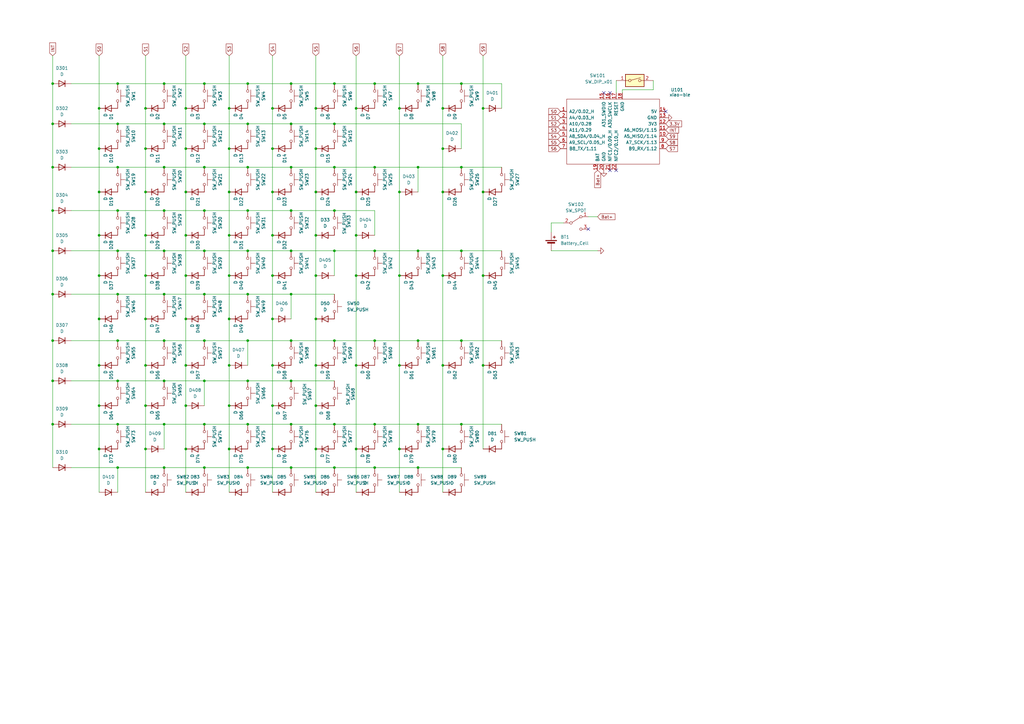
<source format=kicad_sch>
(kicad_sch (version 20231120) (generator "eeschema") (generator_version "8.0")
  (paper "A3")
  (junction (at 40.64 44.45))
  (junction (at 111.76 96.52))
  (junction (at 163.83 149.86))
  (junction (at 101.6 68.58))
  (junction (at 40.64 113.03))
  (junction (at 21.59 139.7))
  (junction (at 93.98 60.96))
  (junction (at 129.54 96.52))
  (junction (at 146.05 44.45))
  (junction (at 153.67 191.77))
  (junction (at 119.38 173.99))
  (junction (at 153.67 173.99))
  (junction (at 67.31 120.65))
  (junction (at 83.82 50.8))
  (junction (at 198.12 44.45))
  (junction (at 76.2 184.15))
  (junction (at 119.38 191.77))
  (junction (at 163.83 184.15))
  (junction (at 146.05 113.03))
  (junction (at 93.98 96.52))
  (junction (at 137.16 50.8))
  (junction (at 83.82 68.58))
  (junction (at 67.31 102.87))
  (junction (at 198.12 149.86))
  (junction (at 146.05 149.86))
  (junction (at 76.2 130.81))
  (junction (at 163.83 113.03))
  (junction (at 181.61 149.86))
  (junction (at 101.6 191.77))
  (junction (at 48.26 86.36))
  (junction (at 83.82 86.36))
  (junction (at 93.98 113.03))
  (junction (at 83.82 34.29))
  (junction (at 93.98 44.45))
  (junction (at 181.61 78.74))
  (junction (at 76.2 96.52))
  (junction (at 48.26 68.58))
  (junction (at 171.45 139.7))
  (junction (at 76.2 60.96))
  (junction (at 129.54 44.45))
  (junction (at 171.45 173.99))
  (junction (at 111.76 130.81))
  (junction (at 146.05 78.74))
  (junction (at 48.26 50.8))
  (junction (at 67.31 34.29))
  (junction (at 93.98 78.74))
  (junction (at 111.76 60.96))
  (junction (at 67.31 191.77))
  (junction (at 21.59 68.58))
  (junction (at 48.26 173.99))
  (junction (at 93.98 149.86))
  (junction (at 83.82 173.99))
  (junction (at 119.38 120.65))
  (junction (at 21.59 156.21))
  (junction (at 59.69 60.96))
  (junction (at 163.83 78.74))
  (junction (at 137.16 68.58))
  (junction (at 83.82 156.21))
  (junction (at 129.54 130.81))
  (junction (at 21.59 86.36))
  (junction (at 48.26 191.77))
  (junction (at 83.82 191.77))
  (junction (at 21.59 34.29))
  (junction (at 59.69 78.74))
  (junction (at 189.23 68.58))
  (junction (at 48.26 120.65))
  (junction (at 101.6 120.65))
  (junction (at 129.54 78.74))
  (junction (at 111.76 78.74))
  (junction (at 181.61 113.03))
  (junction (at 101.6 50.8))
  (junction (at 137.16 173.99))
  (junction (at 111.76 166.37))
  (junction (at 67.31 173.99))
  (junction (at 93.98 184.15))
  (junction (at 76.2 113.03))
  (junction (at 40.64 60.96))
  (junction (at 129.54 60.96))
  (junction (at 76.2 149.86))
  (junction (at 40.64 184.15))
  (junction (at 119.38 50.8))
  (junction (at 153.67 68.58))
  (junction (at 93.98 166.37))
  (junction (at 111.76 113.03))
  (junction (at 189.23 102.87))
  (junction (at 59.69 96.52))
  (junction (at 40.64 149.86))
  (junction (at 76.2 78.74))
  (junction (at 129.54 184.15))
  (junction (at 198.12 78.74))
  (junction (at 93.98 130.81))
  (junction (at 101.6 156.21))
  (junction (at 59.69 184.15))
  (junction (at 101.6 139.7))
  (junction (at 119.38 139.7))
  (junction (at 146.05 184.15))
  (junction (at 189.23 139.7))
  (junction (at 181.61 44.45))
  (junction (at 76.2 44.45))
  (junction (at 40.64 78.74))
  (junction (at 59.69 44.45))
  (junction (at 48.26 102.87))
  (junction (at 40.64 96.52))
  (junction (at 59.69 130.81))
  (junction (at 119.38 102.87))
  (junction (at 48.26 34.29))
  (junction (at 189.23 173.99))
  (junction (at 171.45 102.87))
  (junction (at 59.69 166.37))
  (junction (at 198.12 113.03))
  (junction (at 67.31 139.7))
  (junction (at 171.45 191.77))
  (junction (at 153.67 34.29))
  (junction (at 83.82 120.65))
  (junction (at 67.31 156.21))
  (junction (at 181.61 184.15))
  (junction (at 137.16 102.87))
  (junction (at 181.61 60.96))
  (junction (at 21.59 120.65))
  (junction (at 59.69 149.86))
  (junction (at 83.82 139.7))
  (junction (at 129.54 113.03))
  (junction (at 153.67 102.87))
  (junction (at 111.76 149.86))
  (junction (at 67.31 50.8))
  (junction (at 101.6 34.29))
  (junction (at 76.2 166.37))
  (junction (at 48.26 156.21))
  (junction (at 40.64 130.81))
  (junction (at 171.45 68.58))
  (junction (at 171.45 34.29))
  (junction (at 163.83 44.45))
  (junction (at 137.16 86.36))
  (junction (at 40.64 166.37))
  (junction (at 83.82 102.87))
  (junction (at 137.16 139.7))
  (junction (at 21.59 102.87))
  (junction (at 119.38 68.58))
  (junction (at 119.38 86.36))
  (junction (at 129.54 166.37))
  (junction (at 59.69 113.03))
  (junction (at 129.54 149.86))
  (junction (at 119.38 34.29))
  (junction (at 21.59 173.99))
  (junction (at 146.05 96.52))
  (junction (at 101.6 86.36))
  (junction (at 67.31 86.36))
  (junction (at 48.26 139.7))
  (junction (at 101.6 173.99))
  (junction (at 119.38 156.21))
  (junction (at 67.31 68.58))
  (junction (at 137.16 34.29))
  (junction (at 111.76 44.45))
  (junction (at 189.23 34.29))
  (junction (at 137.16 191.77))
  (junction (at 21.59 50.8))
  (junction (at 111.76 184.15))
  (junction (at 101.6 102.87))
  (junction (at 153.67 139.7))
  (no_connect (at 250.19 38.1))
  (no_connect (at 241.3 93.98))
  (no_connect (at 250.19 69.85))
  (no_connect (at 247.65 38.1))
  (no_connect (at 252.73 69.85))
  (no_connect (at 273.05 45.72))
  (wire (pts (xy 21.59 68.58) (xy 21.59 86.36)))
  (wire (pts (xy 198.12 22.86) (xy 198.12 44.45)))
  (wire (pts (xy 111.76 44.45) (xy 111.76 60.96)))
  (wire (pts (xy 40.64 149.86) (xy 40.64 166.37)))
  (wire (pts (xy 76.2 184.15) (xy 76.2 201.93)))
  (wire (pts (xy 83.82 34.29) (xy 101.6 34.29)))
  (wire (pts (xy 67.31 102.87) (xy 83.82 102.87)))
  (wire (pts (xy 255.27 36.83) (xy 255.27 38.1)))
  (wire (pts (xy 101.6 139.7) (xy 101.6 149.86)))
  (wire (pts (xy 241.3 88.9) (xy 245.11 88.9)))
  (wire (pts (xy 129.54 130.81) (xy 129.54 149.86)))
  (wire (pts (xy 153.67 139.7) (xy 171.45 139.7)))
  (wire (pts (xy 111.76 184.15) (xy 111.76 201.93)))
  (wire (pts (xy 119.38 191.77) (xy 137.16 191.77)))
  (wire (pts (xy 29.21 120.65) (xy 48.26 120.65)))
  (wire (pts (xy 129.54 184.15) (xy 129.54 201.93)))
  (wire (pts (xy 40.64 184.15) (xy 40.64 201.93)))
  (wire (pts (xy 171.45 68.58) (xy 189.23 68.58)))
  (wire (pts (xy 40.64 44.45) (xy 40.64 60.96)))
  (wire (pts (xy 146.05 44.45) (xy 146.05 78.74)))
  (wire (pts (xy 189.23 34.29) (xy 205.74 34.29)))
  (wire (pts (xy 119.38 50.8) (xy 137.16 50.8)))
  (wire (pts (xy 21.59 139.7) (xy 21.59 156.21)))
  (wire (pts (xy 119.38 120.65) (xy 137.16 120.65)))
  (wire (pts (xy 93.98 60.96) (xy 93.98 78.74)))
  (wire (pts (xy 101.6 120.65) (xy 119.38 120.65)))
  (wire (pts (xy 21.59 34.29) (xy 21.59 50.8)))
  (wire (pts (xy 181.61 184.15) (xy 181.61 201.93)))
  (wire (pts (xy 67.31 86.36) (xy 83.82 86.36)))
  (wire (pts (xy 93.98 166.37) (xy 93.98 184.15)))
  (wire (pts (xy 40.64 78.74) (xy 40.64 96.52)))
  (wire (pts (xy 93.98 78.74) (xy 93.98 96.52)))
  (wire (pts (xy 111.76 78.74) (xy 111.76 96.52)))
  (wire (pts (xy 181.61 78.74) (xy 181.61 113.03)))
  (wire (pts (xy 111.76 149.86) (xy 111.76 166.37)))
  (wire (pts (xy 146.05 149.86) (xy 146.05 184.15)))
  (wire (pts (xy 83.82 50.8) (xy 101.6 50.8)))
  (wire (pts (xy 93.98 44.45) (xy 93.98 60.96)))
  (wire (pts (xy 129.54 44.45) (xy 129.54 60.96)))
  (wire (pts (xy 137.16 173.99) (xy 153.67 173.99)))
  (wire (pts (xy 93.98 149.86) (xy 93.98 166.37)))
  (wire (pts (xy 137.16 86.36) (xy 153.67 86.36)))
  (wire (pts (xy 83.82 102.87) (xy 101.6 102.87)))
  (wire (pts (xy 76.2 113.03) (xy 76.2 130.81)))
  (wire (pts (xy 226.06 102.87) (xy 245.11 102.87)))
  (wire (pts (xy 101.6 50.8) (xy 119.38 50.8)))
  (wire (pts (xy 101.6 156.21) (xy 119.38 156.21)))
  (wire (pts (xy 83.82 139.7) (xy 101.6 139.7)))
  (wire (pts (xy 83.82 173.99) (xy 101.6 173.99)))
  (wire (pts (xy 40.64 166.37) (xy 40.64 184.15)))
  (wire (pts (xy 137.16 50.8) (xy 189.23 50.8)))
  (wire (pts (xy 21.59 50.8) (xy 21.59 68.58)))
  (wire (pts (xy 76.2 130.81) (xy 76.2 149.86)))
  (wire (pts (xy 83.82 120.65) (xy 101.6 120.65)))
  (wire (pts (xy 198.12 149.86) (xy 198.12 184.15)))
  (wire (pts (xy 21.59 156.21) (xy 21.59 173.99)))
  (wire (pts (xy 101.6 86.36) (xy 119.38 86.36)))
  (wire (pts (xy 29.21 173.99) (xy 48.26 173.99)))
  (wire (pts (xy 198.12 44.45) (xy 198.12 78.74)))
  (wire (pts (xy 163.83 184.15) (xy 163.83 201.93)))
  (wire (pts (xy 146.05 96.52) (xy 146.05 113.03)))
  (wire (pts (xy 21.59 102.87) (xy 21.59 120.65)))
  (wire (pts (xy 146.05 22.86) (xy 146.05 44.45)))
  (wire (pts (xy 111.76 166.37) (xy 111.76 184.15)))
  (wire (pts (xy 226.06 91.44) (xy 231.14 91.44)))
  (wire (pts (xy 129.54 149.86) (xy 129.54 166.37)))
  (wire (pts (xy 101.6 34.29) (xy 119.38 34.29)))
  (wire (pts (xy 67.31 156.21) (xy 83.82 156.21)))
  (wire (pts (xy 76.2 44.45) (xy 76.2 60.96)))
  (wire (pts (xy 198.12 78.74) (xy 198.12 113.03)))
  (wire (pts (xy 171.45 173.99) (xy 189.23 173.99)))
  (wire (pts (xy 137.16 102.87) (xy 153.67 102.87)))
  (wire (pts (xy 59.69 78.74) (xy 59.69 96.52)))
  (wire (pts (xy 40.64 130.81) (xy 40.64 149.86)))
  (wire (pts (xy 163.83 149.86) (xy 163.83 184.15)))
  (wire (pts (xy 111.76 113.03) (xy 111.76 130.81)))
  (wire (pts (xy 48.26 120.65) (xy 67.31 120.65)))
  (wire (pts (xy 267.97 36.83) (xy 255.27 36.83)))
  (wire (pts (xy 163.83 78.74) (xy 163.83 113.03)))
  (wire (pts (xy 153.67 102.87) (xy 171.45 102.87)))
  (wire (pts (xy 93.98 96.52) (xy 93.98 113.03)))
  (wire (pts (xy 119.38 156.21) (xy 137.16 156.21)))
  (wire (pts (xy 252.73 33.02) (xy 252.73 38.1)))
  (wire (pts (xy 67.31 173.99) (xy 83.82 173.99)))
  (wire (pts (xy 153.67 68.58) (xy 171.45 68.58)))
  (wire (pts (xy 129.54 60.96) (xy 129.54 78.74)))
  (wire (pts (xy 40.64 60.96) (xy 40.64 78.74)))
  (wire (pts (xy 101.6 102.87) (xy 119.38 102.87)))
  (wire (pts (xy 67.31 120.65) (xy 83.82 120.65)))
  (wire (pts (xy 76.2 149.86) (xy 76.2 166.37)))
  (wire (pts (xy 181.61 149.86) (xy 181.61 184.15)))
  (wire (pts (xy 40.64 22.86) (xy 40.64 44.45)))
  (wire (pts (xy 59.69 166.37) (xy 59.69 184.15)))
  (wire (pts (xy 21.59 22.86) (xy 21.59 34.29)))
  (wire (pts (xy 181.61 113.03) (xy 181.61 149.86)))
  (wire (pts (xy 205.74 34.29) (xy 205.74 44.45)))
  (wire (pts (xy 48.26 173.99) (xy 67.31 173.99)))
  (wire (pts (xy 29.21 86.36) (xy 48.26 86.36)))
  (wire (pts (xy 137.16 139.7) (xy 153.67 139.7)))
  (wire (pts (xy 59.69 44.45) (xy 59.69 60.96)))
  (wire (pts (xy 181.61 22.86) (xy 181.61 44.45)))
  (wire (pts (xy 189.23 139.7) (xy 205.74 139.7)))
  (wire (pts (xy 189.23 173.99) (xy 205.74 173.99)))
  (wire (pts (xy 226.06 91.44) (xy 226.06 95.25)))
  (wire (pts (xy 48.26 201.93) (xy 48.26 191.77)))
  (wire (pts (xy 137.16 68.58) (xy 153.67 68.58)))
  (wire (pts (xy 93.98 22.86) (xy 93.98 44.45)))
  (wire (pts (xy 129.54 78.74) (xy 129.54 96.52)))
  (wire (pts (xy 21.59 173.99) (xy 21.59 191.77)))
  (wire (pts (xy 48.26 156.21) (xy 67.31 156.21)))
  (wire (pts (xy 189.23 50.8) (xy 189.23 60.96)))
  (wire (pts (xy 137.16 102.87) (xy 137.16 113.03)))
  (wire (pts (xy 29.21 68.58) (xy 48.26 68.58)))
  (wire (pts (xy 83.82 156.21) (xy 101.6 156.21)))
  (wire (pts (xy 67.31 139.7) (xy 83.82 139.7)))
  (wire (pts (xy 29.21 50.8) (xy 48.26 50.8)))
  (wire (pts (xy 48.26 102.87) (xy 67.31 102.87)))
  (wire (pts (xy 29.21 191.77) (xy 48.26 191.77)))
  (wire (pts (xy 171.45 68.58) (xy 171.45 78.74)))
  (wire (pts (xy 146.05 113.03) (xy 146.05 149.86)))
  (wire (pts (xy 59.69 130.81) (xy 59.69 149.86)))
  (wire (pts (xy 171.45 191.77) (xy 189.23 191.77)))
  (wire (pts (xy 101.6 191.77) (xy 119.38 191.77)))
  (wire (pts (xy 146.05 78.74) (xy 146.05 96.52)))
  (wire (pts (xy 48.26 86.36) (xy 67.31 86.36)))
  (wire (pts (xy 59.69 96.52) (xy 59.69 113.03)))
  (wire (pts (xy 76.2 78.74) (xy 76.2 96.52)))
  (wire (pts (xy 101.6 139.7) (xy 119.38 139.7)))
  (wire (pts (xy 48.26 34.29) (xy 67.31 34.29)))
  (wire (pts (xy 129.54 96.52) (xy 129.54 113.03)))
  (wire (pts (xy 171.45 34.29) (xy 189.23 34.29)))
  (wire (pts (xy 76.2 22.86) (xy 76.2 44.45)))
  (wire (pts (xy 93.98 184.15) (xy 93.98 201.93)))
  (wire (pts (xy 181.61 60.96) (xy 181.61 78.74)))
  (wire (pts (xy 153.67 191.77) (xy 171.45 191.77)))
  (wire (pts (xy 40.64 96.52) (xy 40.64 113.03)))
  (wire (pts (xy 59.69 22.86) (xy 59.69 44.45)))
  (wire (pts (xy 21.59 120.65) (xy 21.59 139.7)))
  (wire (pts (xy 119.38 139.7) (xy 137.16 139.7)))
  (wire (pts (xy 119.38 173.99) (xy 137.16 173.99)))
  (wire (pts (xy 119.38 120.65) (xy 119.38 130.81)))
  (wire (pts (xy 101.6 68.58) (xy 119.38 68.58)))
  (wire (pts (xy 163.83 113.03) (xy 163.83 149.86)))
  (wire (pts (xy 163.83 22.86) (xy 163.83 44.45)))
  (wire (pts (xy 111.76 96.52) (xy 111.76 113.03)))
  (wire (pts (xy 59.69 60.96) (xy 59.69 78.74)))
  (wire (pts (xy 267.97 33.02) (xy 267.97 36.83)))
  (wire (pts (xy 119.38 86.36) (xy 137.16 86.36)))
  (wire (pts (xy 129.54 113.03) (xy 129.54 130.81)))
  (wire (pts (xy 83.82 156.21) (xy 83.82 166.37)))
  (wire (pts (xy 83.82 191.77) (xy 101.6 191.77)))
  (wire (pts (xy 111.76 60.96) (xy 111.76 78.74)))
  (wire (pts (xy 111.76 22.86) (xy 111.76 44.45)))
  (wire (pts (xy 137.16 191.77) (xy 153.67 191.77)))
  (wire (pts (xy 67.31 191.77) (xy 83.82 191.77)))
  (wire (pts (xy 59.69 113.03) (xy 59.69 130.81)))
  (wire (pts (xy 119.38 68.58) (xy 137.16 68.58)))
  (wire (pts (xy 129.54 22.86) (xy 129.54 44.45)))
  (wire (pts (xy 189.23 68.58) (xy 205.74 68.58)))
  (wire (pts (xy 171.45 102.87) (xy 189.23 102.87)))
  (wire (pts (xy 171.45 139.7) (xy 189.23 139.7)))
  (wire (pts (xy 198.12 113.03) (xy 198.12 149.86)))
  (wire (pts (xy 153.67 173.99) (xy 171.45 173.99)))
  (wire (pts (xy 93.98 113.03) (xy 93.98 130.81)))
  (wire (pts (xy 48.26 191.77) (xy 67.31 191.77)))
  (wire (pts (xy 129.54 166.37) (xy 129.54 184.15)))
  (wire (pts (xy 29.21 156.21) (xy 48.26 156.21)))
  (wire (pts (xy 163.83 44.45) (xy 163.83 78.74)))
  (wire (pts (xy 48.26 68.58) (xy 67.31 68.58)))
  (wire (pts (xy 40.64 113.03) (xy 40.64 130.81)))
  (wire (pts (xy 67.31 68.58) (xy 83.82 68.58)))
  (wire (pts (xy 48.26 50.8) (xy 67.31 50.8)))
  (wire (pts (xy 59.69 149.86) (xy 59.69 166.37)))
  (wire (pts (xy 76.2 96.52) (xy 76.2 113.03)))
  (wire (pts (xy 153.67 86.36) (xy 153.67 96.52)))
  (wire (pts (xy 146.05 184.15) (xy 146.05 201.93)))
  (wire (pts (xy 189.23 102.87) (xy 205.74 102.87)))
  (wire (pts (xy 59.69 184.15) (xy 59.69 201.93)))
  (wire (pts (xy 48.26 139.7) (xy 67.31 139.7)))
  (wire (pts (xy 21.59 86.36) (xy 21.59 102.87)))
  (wire (pts (xy 119.38 102.87) (xy 137.16 102.87)))
  (wire (pts (xy 153.67 34.29) (xy 171.45 34.29)))
  (wire (pts (xy 29.21 139.7) (xy 48.26 139.7)))
  (wire (pts (xy 76.2 166.37) (xy 76.2 184.15)))
  (wire (pts (xy 67.31 184.15) (xy 67.31 173.99)))
  (wire (pts (xy 119.38 34.29) (xy 137.16 34.29)))
  (wire (pts (xy 83.82 68.58) (xy 101.6 68.58)))
  (wire (pts (xy 76.2 60.96) (xy 76.2 78.74)))
  (wire (pts (xy 111.76 130.81) (xy 111.76 149.86)))
  (wire (pts (xy 83.82 86.36) (xy 101.6 86.36)))
  (wire (pts (xy 67.31 50.8) (xy 83.82 50.8)))
  (wire (pts (xy 181.61 44.45) (xy 181.61 60.96)))
  (wire (pts (xy 101.6 173.99) (xy 119.38 173.99)))
  (wire (pts (xy 29.21 34.29) (xy 48.26 34.29)))
  (wire (pts (xy 93.98 130.81) (xy 93.98 149.86)))
  (wire (pts (xy 137.16 34.29) (xy 153.67 34.29)))
  (wire (pts (xy 67.31 34.29) (xy 83.82 34.29)))
  (wire (pts (xy 29.21 102.87) (xy 48.26 102.87)))
  (global_label "S0" (shape input) (at 229.87 45.72 180) (property "Intersheetrefs" "${INTERSHEET_REFS}" (effects (hide yes))))
  (global_label "Bat+" (shape input) (at 245.11 88.9 0) (property "Intersheetrefs" "${INTERSHEET_REFS}" (effects (hide yes))))
  (global_label "S5" (shape input) (at 129.54 22.86 90) (property "Intersheetrefs" "${INTERSHEET_REFS}" (effects (hide yes))))
  (global_label "S7" (shape input) (at 273.05 60.96 0) (property "Intersheetrefs" "${INTERSHEET_REFS}" (effects (hide yes))))
  (global_label "S6" (shape input) (at 229.87 60.96 180) (property "Intersheetrefs" "${INTERSHEET_REFS}" (effects (hide yes))))
  (global_label "S7" (shape input) (at 163.83 22.86 90) (property "Intersheetrefs" "${INTERSHEET_REFS}" (effects (hide yes))))
  (global_label "S1" (shape input) (at 229.87 48.26 180) (property "Intersheetrefs" "${INTERSHEET_REFS}" (effects (hide yes))))
  (global_label "INT" (shape input) (at 273.05 53.34 0) (property "Intersheetrefs" "${INTERSHEET_REFS}" (effects (hide yes))))
  (global_label "S8" (shape input) (at 273.05 58.42 0) (property "Intersheetrefs" "${INTERSHEET_REFS}" (effects (hide yes))))
  (global_label "S4" (shape input) (at 111.76 22.86 90) (property "Intersheetrefs" "${INTERSHEET_REFS}" (effects (hide yes))))
  (global_label "S9" (shape input) (at 198.12 22.86 90) (property "Intersheetrefs" "${INTERSHEET_REFS}" (effects (hide yes))))
  (global_label "S3" (shape input) (at 93.98 22.86 90) (property "Intersheetrefs" "${INTERSHEET_REFS}" (effects (hide yes))))
  (global_label "S1" (shape input) (at 59.69 22.86 90) (property "Intersheetrefs" "${INTERSHEET_REFS}" (effects (hide yes))))
  (global_label "S0" (shape input) (at 40.64 22.86 90) (property "Intersheetrefs" "${INTERSHEET_REFS}" (effects (hide yes))))
  (global_label "S9" (shape input) (at 273.05 55.88 0) (property "Intersheetrefs" "${INTERSHEET_REFS}" (effects (hide yes))))
  (global_label "S3" (shape input) (at 229.87 53.34 180) (property "Intersheetrefs" "${INTERSHEET_REFS}" (effects (hide yes))))
  (global_label "Bat+" (shape input) (at 245.11 69.85 270) (property "Intersheetrefs" "${INTERSHEET_REFS}" (effects (hide yes))))
  (global_label "S5" (shape input) (at 229.87 58.42 180) (property "Intersheetrefs" "${INTERSHEET_REFS}" (effects (hide yes))))
  (global_label "S4" (shape input) (at 229.87 55.88 180) (property "Intersheetrefs" "${INTERSHEET_REFS}" (effects (hide yes))))
  (global_label "3.3V" (shape input) (at 273.05 50.8 0) (property "Intersheetrefs" "${INTERSHEET_REFS}" (effects (hide yes))))
  (global_label "S2" (shape input) (at 229.87 50.8 180) (property "Intersheetrefs" "${INTERSHEET_REFS}" (effects (hide yes))))
  (global_label "S8" (shape input) (at 181.61 22.86 90) (property "Intersheetrefs" "${INTERSHEET_REFS}" (effects (hide yes))))
  (global_label "S6" (shape input) (at 146.05 22.86 90) (property "Intersheetrefs" "${INTERSHEET_REFS}" (effects (hide yes))))
  (global_label "S2" (shape input) (at 76.2 22.86 90) (property "Intersheetrefs" "${INTERSHEET_REFS}" (effects (hide yes))))
  (global_label "INT" (shape input) (at 21.59 22.86 90) (property "Intersheetrefs" "${INTERSHEET_REFS}" (effects (hide yes))))
  (symbol (lib_id "Switch:SW_Push") (at 137.16 39.37 270) (unit 1)
    (property "Reference" "SW6" (at 143.637 39.37 0))
    (property "Value" "SW_PUSH" (at 141.3256 39.37 0))
    (property "Footprint" "kbd_SW:Choc_v2_Hotswap_1u" (effects (hide yes)))
  )
  (symbol (lib_id "Switch:SW_Push") (at 171.45 144.78 270) (unit 1)
    (property "Reference" "SW61" (at 177.927 144.78 0))
    (property "Value" "SW_PUSH" (at 175.6156 144.78 0))
    (property "Footprint" "kbd_SW:Choc_v2_Hotswap_1u" (effects (hide yes)))
  )
  (symbol (lib_id "Switch:SW_Push") (at 153.67 196.85 270) (unit 1)
    (property "Reference" "SW87" (at 158.75 195.5799 90) (effects (justify left)))
    (property "Value" "SW_PUSH" (at 158.75 198.1199 90) (effects (justify left)))
    (property "Footprint" "kbd_SW:Choc_v2_Hotswap_1u" (effects (hide yes)))
  )
  (symbol (lib_id "Device:D") (at 25.4 50.8 180) (unit 1)
    (property "Reference" "D302" (at 25.4 44.45 0))
    (property "Value" "D" (at 25.4 46.99 0))
    (property "Footprint" "Diode_SMD:D_SOD-123" (effects (hide yes)))
  )
  (symbol (lib_id "Switch:SW_Push") (at 48.26 91.44 270) (unit 1)
    (property "Reference" "SW28" (at 54.737 91.44 0))
    (property "Value" "SW_PUSH" (at 52.4256 91.44 0))
    (property "Footprint" "kbd_SW:Choc_v2_Hotswap_1u" (effects (hide yes)))
  )
  (symbol (lib_id "Device:D") (at 80.01 113.03 0) (unit 1)
    (property "Reference" "D39" (at 81.1784 115.0366 90) (effects (justify right)))
    (property "Value" "D" (at 78.867 115.0366 90) (effects (justify right)))
    (property "Footprint" "Diode_SMD:D_SOD-123" (effects (hide yes)))
  )
  (symbol (lib_id "Switch:SW_Push") (at 189.23 73.66 270) (unit 1)
    (property "Reference" "SW26" (at 195.707 73.66 0))
    (property "Value" "SW_PUSH" (at 193.3956 73.66 0))
    (property "Footprint" "kbd_SW:Choc_v2_Hotswap_1u" (effects (hide yes)))
  )
  (symbol (lib_id "Switch:SW_Push") (at 189.23 196.85 270) (unit 1)
    (property "Reference" "SW89" (at 194.31 195.5799 90) (effects (justify left)))
    (property "Value" "SW_PUSH" (at 194.31 198.1199 90) (effects (justify left)))
    (property "Footprint" "kbd_SW:Choc_v2_Hotswap_1u" (effects (hide yes)))
  )
  (symbol (lib_id "Switch:SW_Push") (at 101.6 125.73 270) (unit 1)
    (property "Reference" "SW49" (at 108.077 125.73 0))
    (property "Value" "SW_PUSH" (at 105.7656 125.73 0))
    (property "Footprint" "kbd_SW:Choc_v2_Hotswap_1u" (effects (hide yes)))
  )
  (symbol (lib_id "Device:D") (at 133.35 113.03 180) (unit 1)
    (property "Reference" "D405" (at 133.35 106.68 0))
    (property "Value" "D" (at 133.35 109.22 0))
    (property "Footprint" "Diode_SMD:D_SOD-123" (effects (hide yes)))
  )
  (symbol (lib_id "Device:D") (at 167.64 184.15 0) (unit 1)
    (property "Reference" "D79" (at 168.8084 186.1566 90) (effects (justify right)))
    (property "Value" "D" (at 166.497 186.1566 90) (effects (justify right)))
    (property "Footprint" "Diode_SMD:D_SOD-123" (effects (hide yes)))
  )
  (symbol (lib_id "Device:D") (at 25.4 68.58 180) (unit 1)
    (property "Reference" "D303" (at 25.4 62.23 0))
    (property "Value" "D" (at 25.4 64.77 0))
    (property "Footprint" "Diode_SMD:D_SOD-123" (effects (hide yes)))
  )
  (symbol (lib_id "Device:D") (at 167.64 113.03 0) (unit 1)
    (property "Reference" "D43" (at 168.8084 115.0366 90) (effects (justify right)))
    (property "Value" "D" (at 166.497 115.0366 90) (effects (justify right)))
    (property "Footprint" "Diode_SMD:D_SOD-123" (effects (hide yes)))
  )
  (symbol (lib_id "Switch:SW_Push") (at 137.16 196.85 270) (unit 1)
    (property "Reference" "SW86" (at 142.24 195.5799 90) (effects (justify left)))
    (property "Value" "SW_PUSH" (at 142.24 198.1199 90) (effects (justify left)))
    (property "Footprint" "kbd_SW:Choc_v2_Hotswap_1u" (effects (hide yes)))
  )
  (symbol (lib_id "Device:D") (at 80.01 201.93 0) (unit 1)
    (property "Reference" "D83" (at 80.01 195.58 0))
    (property "Value" "D" (at 80.01 198.12 0))
    (property "Footprint" "Diode_SMD:D_SOD-123" (effects (hide yes)))
  )
  (symbol (lib_id "Device:D") (at 185.42 44.45 0) (unit 1)
    (property "Reference" "D9" (at 186.5884 46.4566 90) (effects (justify right)))
    (property "Value" "D" (at 184.277 46.4566 90) (effects (justify right)))
    (property "Footprint" "Diode_SMD:D_SOD-123" (effects (hide yes)))
  )
  (symbol (lib_id "Device:D") (at 63.5 184.15 180) (unit 1)
    (property "Reference" "D409" (at 63.5 177.8 0))
    (property "Value" "D" (at 63.5 180.34 0))
    (property "Footprint" "Diode_SMD:D_SOD-123" (effects (hide yes)))
  )
  (symbol (lib_id "Device:D") (at 44.45 113.03 0) (unit 1)
    (property "Reference" "D37" (at 45.6184 115.0366 90) (effects (justify right)))
    (property "Value" "D" (at 43.307 115.0366 90) (effects (justify right)))
    (property "Footprint" "Diode_SMD:D_SOD-123" (effects (hide yes)))
  )
  (symbol (lib_id "Device:D") (at 167.64 149.86 0) (unit 1)
    (property "Reference" "D61" (at 168.8084 151.8666 90) (effects (justify right)))
    (property "Value" "D" (at 166.497 151.8666 90) (effects (justify right)))
    (property "Footprint" "Diode_SMD:D_SOD-123" (effects (hide yes)))
  )
  (symbol (lib_id "Switch:SW_Push") (at 83.82 125.73 270) (unit 1)
    (property "Reference" "SW48" (at 90.297 125.73 0))
    (property "Value" "SW_PUSH" (at 87.9856 125.73 0))
    (property "Footprint" "kbd_SW:Choc_v2_Hotswap_1u" (effects (hide yes)))
  )
  (symbol (lib_id "kleeb:xiao-ble") (at 251.46 53.34 0) (unit 1)
    (property "Reference" "U101" (at 275.082 36.83 0) (effects (justify left)))
    (property "Value" "xiao-ble" (at 274.574 38.862 0) (effects (justify left)))
    (property "Footprint" "Library:xiao-ble-tht" (effects (hide yes)))
  )
  (symbol (lib_id "Device:D") (at 115.57 113.03 0) (unit 1)
    (property "Reference" "D41" (at 116.7384 115.0366 90) (effects (justify right)))
    (property "Value" "D" (at 114.427 115.0366 90) (effects (justify right)))
    (property "Footprint" "Diode_SMD:D_SOD-123" (effects (hide yes)))
  )
  (symbol (lib_id "Device:D") (at 63.5 201.93 0) (unit 1)
    (property "Reference" "D82" (at 63.5 195.58 0))
    (property "Value" "D" (at 63.5 198.12 0))
    (property "Footprint" "Diode_SMD:D_SOD-123" (effects (hide yes)))
  )
  (symbol (lib_id "Device:D") (at 44.45 78.74 0) (unit 1)
    (property "Reference" "D19" (at 45.6184 80.7466 90) (effects (justify right)))
    (property "Value" "D" (at 43.307 80.7466 90) (effects (justify right)))
    (property "Footprint" "Diode_SMD:D_SOD-123" (effects (hide yes)))
  )
  (symbol (lib_id "Switch:SW_Push") (at 83.82 107.95 270) (unit 1)
    (property "Reference" "SW39" (at 90.297 107.95 0))
    (property "Value" "SW_PUSH" (at 87.9856 107.95 0))
    (property "Footprint" "kbd_SW:Choc_v2_Hotswap_1u" (effects (hide yes)))
  )
  (symbol (lib_id "Switch:SW_Push") (at 101.6 161.29 270) (unit 1)
    (property "Reference" "SW66" (at 108.077 161.29 0))
    (property "Value" "SW_PUSH" (at 105.7656 161.29 0))
    (property "Footprint" "kbd_SW:Choc_v2_Hotswap_1u" (effects (hide yes)))
  )
  (symbol (lib_id "Switch:SW_Push") (at 67.31 73.66 270) (unit 1)
    (property "Reference" "SW20" (at 73.787 72.39 0))
    (property "Value" "SW_PUSH" (at 71.4756 73.66 0))
    (property "Footprint" "kbd_SW:Choc_v2_Hotswap_1u" (effects (hide yes)))
  )
  (symbol (lib_id "Device:D") (at 167.64 44.45 0) (unit 1)
    (property "Reference" "D8" (at 168.8084 46.4566 90) (effects (justify right)))
    (property "Value" "D" (at 166.497 46.4566 90) (effects (justify right)))
    (property "Footprint" "Diode_SMD:D_SOD-123" (effects (hide yes)))
  )
  (symbol (lib_name "GND_1") (lib_id "power:GND") (at 247.65 69.85 0) (unit 1)
    (property "Reference" "#PWR0401" (effects (hide yes)))
    (property "Value" "GND" (effects (hide yes)))
    (property "Description" "Power symbol creates a global label with name \"GND\" , ground" (effects (hide yes)))
  )
  (symbol (lib_id "Switch:SW_Push") (at 137.16 179.07 270) (unit 1)
    (property "Reference" "SW77" (at 143.637 179.07 0))
    (property "Value" "SW_PUSH" (at 141.3256 179.07 0))
    (property "Footprint" "kbd_SW:Choc_v2_Hotswap_1u" (effects (hide yes)))
  )
  (symbol (lib_id "Device:D") (at 63.5 78.74 0) (unit 1)
    (property "Reference" "D20" (at 64.6684 80.7466 90) (effects (justify right)))
    (property "Value" "D" (at 62.357 80.7466 90) (effects (justify right)))
    (property "Footprint" "Diode_SMD:D_SOD-123" (effects (hide yes)))
  )
  (symbol (lib_id "Switch:SW_Push") (at 83.82 196.85 270) (unit 1)
    (property "Reference" "SW83" (at 88.9 195.5799 90) (effects (justify left)))
    (property "Value" "SW_PUSH" (at 88.9 198.1199 90) (effects (justify left)))
    (property "Footprint" "kbd_SW:Choc_v2_Hotswap_1u" (effects (hide yes)))
  )
  (symbol (lib_id "Device:D") (at 149.86 96.52 180) (unit 1)
    (property "Reference" "D404" (at 149.86 90.17 0))
    (property "Value" "D" (at 149.86 92.71 0))
    (property "Footprint" "Diode_SMD:D_SOD-123" (effects (hide yes)))
  )
  (symbol (lib_id "Switch:SW_Push") (at 153.67 144.78 270) (unit 1)
    (property "Reference" "SW60" (at 160.147 144.78 0))
    (property "Value" "SW_PUSH" (at 157.8356 144.78 0))
    (property "Footprint" "kbd_SW:Choc_v2_Hotswap_1u" (effects (hide yes)))
  )
  (symbol (lib_id "Switch:SW_Push") (at 189.23 179.07 270) (unit 1)
    (property "Reference" "SW80" (at 195.707 179.07 0))
    (property "Value" "SW_PUSH" (at 193.3956 179.07 0))
    (property "Footprint" "kbd_SW:Choc_v2_Hotswap_1u" (effects (hide yes)))
  )
  (symbol (lib_id "Switch:SW_Push") (at 67.31 107.95 270) (unit 1)
    (property "Reference" "SW38" (at 73.787 106.68 0))
    (property "Value" "SW_PUSH" (at 71.4756 107.95 0))
    (property "Footprint" "kbd_SW:Choc_v2_Hotswap_1u" (effects (hide yes)))
  )
  (symbol (lib_id "Device:D") (at 133.35 96.52 0) (unit 1)
    (property "Reference" "D33" (at 133.35 90.17 0))
    (property "Value" "D" (at 133.35 92.71 0))
    (property "Footprint" "Diode_SMD:D_SOD-123" (effects (hide yes)))
  )
  (symbol (lib_id "Device:D") (at 133.35 149.86 0) (unit 1)
    (property "Reference" "D59" (at 134.5184 151.8666 90) (effects (justify right)))
    (property "Value" "D" (at 132.207 151.8666 90) (effects (justify right)))
    (property "Footprint" "Diode_SMD:D_SOD-123" (effects (hide yes)))
  )
  (symbol (lib_id "Switch:SW_Push") (at 101.6 39.37 270) (unit 1)
    (property "Reference" "SW4" (at 108.077 39.37 0))
    (property "Value" "SW_PUSH" (at 105.7656 39.37 0))
    (property "Footprint" "kbd_SW:Choc_v2_Hotswap_1u" (effects (hide yes)))
  )
  (symbol (lib_id "Device:D") (at 44.45 96.52 0) (unit 1)
    (property "Reference" "D28" (at 45.6184 98.5266 90) (effects (justify right)))
    (property "Value" "D" (at 43.307 98.5266 90) (effects (justify right)))
    (property "Footprint" "Diode_SMD:D_SOD-123" (effects (hide yes)))
  )
  (symbol (lib_id "Switch:SW_Push") (at 48.26 73.66 270) (unit 1)
    (property "Reference" "SW19" (at 54.737 73.66 0))
    (property "Value" "SW_PUSH" (at 52.4256 73.66 0))
    (property "Footprint" "kbd_SW:Choc_v2_Hotswap_1u" (effects (hide yes)))
  )
  (symbol (lib_id "Device:D") (at 44.45 201.93 180) (unit 1)
    (property "Reference" "D410" (at 44.45 195.58 0))
    (property "Value" "D" (at 44.45 198.12 0))
    (property "Footprint" "Diode_SMD:D_SOD-123" (effects (hide yes)))
  )
  (symbol (lib_id "Device:D") (at 80.01 130.81 0) (unit 1)
    (property "Reference" "D48" (at 81.1784 132.8166 90) (effects (justify right)))
    (property "Value" "D" (at 78.867 132.8166 90) (effects (justify right)))
    (property "Footprint" "Diode_SMD:D_SOD-123" (effects (hide yes)))
  )
  (symbol (lib_id "Device:D") (at 25.4 173.99 180) (unit 1)
    (property "Reference" "D309" (at 25.4 167.64 0))
    (property "Value" "D" (at 25.4 170.18 0))
    (property "Footprint" "Diode_SMD:D_SOD-123" (effects (hide yes)))
  )
  (symbol (lib_id "Device:D") (at 80.01 78.74 0) (unit 1)
    (property "Reference" "D21" (at 81.1784 80.7466 90) (effects (justify right)))
    (property "Value" "D" (at 78.867 80.7466 90) (effects (justify right)))
    (property "Footprint" "Diode_SMD:D_SOD-123" (effects (hide yes)))
  )
  (symbol (lib_id "Switch:SW_Push") (at 189.23 144.78 270) (unit 1)
    (property "Reference" "SW62" (at 195.707 144.78 0))
    (property "Value" "SW_PUSH" (at 193.3956 144.78 0))
    (property "Footprint" "kbd_SW:Choc_v2_Hotswap_1u" (effects (hide yes)))
  )
  (symbol (lib_id "Switch:SW_Push") (at 83.82 91.44 270) (unit 1)
    (property "Reference" "SW30" (at 90.297 91.44 0))
    (property "Value" "SW_PUSH" (at 87.9856 91.44 0))
    (property "Footprint" "kbd_SW:Choc_v2_Hotswap_1u" (effects (hide yes)))
  )
  (symbol (lib_id "Switch:SW_Push") (at 101.6 73.66 270) (unit 1)
    (property "Reference" "SW22" (at 108.077 73.66 0))
    (property "Value" "SW_PUSH" (at 105.7656 73.66 0))
    (property "Footprint" "kbd_SW:Choc_v2_Hotswap_1u" (effects (hide yes)))
  )
  (symbol (lib_id "Switch:SW_Push") (at 101.6 55.88 270) (unit 1)
    (property "Reference" "SW13" (at 108.077 55.88 0))
    (property "Value" "SW_PUSH" (at 105.7656 55.88 0))
    (property "Footprint" "kbd_SW:Choc_v2_Hotswap_1u" (effects (hide yes)))
  )
  (symbol (lib_id "Switch:SW_Push") (at 119.38 39.37 270) (unit 1)
    (property "Reference" "SW5" (at 125.857 39.37 0))
    (property "Value" "SW_PUSH" (at 123.5456 39.37 0))
    (property "Footprint" "kbd_SW:Choc_v2_Hotswap_1u" (effects (hide yes)))
  )
  (symbol (lib_id "Device:D") (at 97.79 184.15 0) (unit 1)
    (property "Reference" "D75" (at 98.9584 186.1566 90) (effects (justify right)))
    (property "Value" "D" (at 96.647 186.1566 90) (effects (justify right)))
    (property "Footprint" "Diode_SMD:D_SOD-123" (effects (hide yes)))
  )
  (symbol (lib_id "Switch:SW_Push") (at 119.38 107.95 270) (unit 1)
    (property "Reference" "SW41" (at 125.857 107.95 0))
    (property "Value" "SW_PUSH" (at 123.5456 107.95 0))
    (property "Footprint" "kbd_SW:Choc_v2_Hotswap_1u" (effects (hide yes)))
  )
  (symbol (lib_id "Device:D") (at 149.86 184.15 0) (unit 1)
    (property "Reference" "D78" (at 151.0284 186.1566 90) (effects (justify right)))
    (property "Value" "D" (at 148.717 186.1566 90) (effects (justify right)))
    (property "Footprint" "Diode_SMD:D_SOD-123" (effects (hide yes)))
  )
  (symbol (lib_id "Device:D") (at 97.79 166.37 0) (unit 1)
    (property "Reference" "D66" (at 98.9584 168.3766 90) (effects (justify right)))
    (property "Value" "D" (at 96.647 168.3766 90) (effects (justify right)))
    (property "Footprint" "Diode_SMD:D_SOD-123" (effects (hide yes)))
  )
  (symbol (lib_id "Device:D") (at 167.64 201.93 0) (unit 1)
    (property "Reference" "D88" (at 167.64 195.58 0))
    (property "Value" "D" (at 167.64 198.12 0))
    (property "Footprint" "Diode_SMD:D_SOD-123" (effects (hide yes)))
  )
  (symbol (lib_id "Device:D") (at 25.4 120.65 180) (unit 1)
    (property "Reference" "D306" (at 25.4 114.3 0))
    (property "Value" "D" (at 25.4 116.84 0))
    (property "Footprint" "Diode_SMD:D_SOD-123" (effects (hide yes)))
  )
  (symbol (lib_id "Switch:SW_Push") (at 67.31 91.44 270) (unit 1)
    (property "Reference" "SW29" (at 73.787 90.17 0))
    (property "Value" "SW_PUSH" (at 71.4756 91.44 0))
    (property "Footprint" "kbd_SW:Choc_v2_Hotswap_1u" (effects (hide yes)))
  )
  (symbol (lib_id "Device:D") (at 97.79 201.93 0) (unit 1)
    (property "Reference" "D84" (at 97.79 195.58 0))
    (property "Value" "D" (at 97.79 198.12 0))
    (property "Footprint" "Diode_SMD:D_SOD-123" (effects (hide yes)))
  )
  (symbol (lib_id "Switch:SW_Push") (at 67.31 196.85 270) (unit 1)
    (property "Reference" "SW82" (at 72.39 195.5799 90) (effects (justify left)))
    (property "Value" "SW_PUSH" (at 72.39 198.1199 90) (effects (justify left)))
    (property "Footprint" "kbd_SW:Choc_v2_Hotswap_1u" (effects (hide yes)))
  )
  (symbol (lib_id "Device:D") (at 44.45 184.15 0) (unit 1)
    (property "Reference" "D73" (at 45.6184 186.1566 90) (effects (justify right)))
    (property "Value" "D" (at 43.307 186.1566 90) (effects (justify right)))
    (property "Footprint" "Diode_SMD:D_SOD-123" (effects (hide yes)))
  )
  (symbol (lib_name "GND_1") (lib_id "power:GND") (at 273.05 48.26 90) (unit 1)
    (property "Reference" "#PWR03" (effects (hide yes)))
    (property "Value" "GND" (effects (hide yes)))
    (property "Description" "Power symbol creates a global label with name \"GND\" , ground" (effects (hide yes)))
  )
  (symbol (lib_id "Device:D") (at 97.79 96.52 0) (unit 1)
    (property "Reference" "D31" (at 98.9584 98.5266 90) (effects (justify right)))
    (property "Value" "D" (at 96.647 98.5266 90) (effects (justify right)))
    (property "Footprint" "Diode_SMD:D_SOD-123" (effects (hide yes)))
  )
  (symbol (lib_id "Device:D") (at 63.5 96.52 0) (unit 1)
    (property "Reference" "D29" (at 64.6684 98.5266 90) (effects (justify right)))
    (property "Value" "D" (at 62.357 98.5266 90) (effects (justify right)))
    (property "Footprint" "Diode_SMD:D_SOD-123" (effects (hide yes)))
  )
  (symbol (lib_id "Switch:SW_Push") (at 171.45 39.37 270) (unit 1)
    (property "Reference" "SW8" (at 177.927 39.37 0))
    (property "Value" "SW_PUSH" (at 175.6156 39.37 0))
    (property "Footprint" "kbd_SW:Choc_v2_Hotswap_1u" (effects (hide yes)))
  )
  (symbol (lib_id "Device:D") (at 25.4 86.36 180) (unit 1)
    (property "Reference" "D304" (at 25.4 80.01 0))
    (property "Value" "D" (at 25.4 82.55 0))
    (property "Footprint" "Diode_SMD:D_SOD-123" (effects (hide yes)))
  )
  (symbol (lib_id "Device:D") (at 44.45 130.81 0) (unit 1)
    (property "Reference" "D46" (at 45.6184 132.8166 90) (effects (justify right)))
    (property "Value" "D" (at 43.307 132.8166 90) (effects (justify right)))
    (property "Footprint" "Diode_SMD:D_SOD-123" (effects (hide yes)))
  )
  (symbol (lib_id "Device:D") (at 201.93 78.74 0) (unit 1)
    (property "Reference" "D27" (at 203.0984 80.7466 90) (effects (justify right)))
    (property "Value" "D" (at 200.787 80.7466 90) (effects (justify right)))
    (property "Footprint" "Diode_SMD:D_SOD-123" (effects (hide yes)))
  )
  (symbol (lib_id "Device:D") (at 80.01 149.86 0) (unit 1)
    (property "Reference" "D57" (at 81.1784 151.8666 90) (effects (justify right)))
    (property "Value" "D" (at 78.867 151.8666 90) (effects (justify right)))
    (property "Footprint" "Diode_SMD:D_SOD-123" (effects (hide yes)))
  )
  (symbol (lib_id "Device:D") (at 201.93 149.86 0) (unit 1)
    (property "Reference" "D63" (at 203.0984 151.8666 90) (effects (justify right)))
    (property "Value" "D" (at 200.787 151.8666 90) (effects (justify right)))
    (property "Footprint" "Diode_SMD:D_SOD-123" (effects (hide yes)))
  )
  (symbol (lib_id "Switch:SW_Push") (at 119.38 161.29 270) (unit 1)
    (property "Reference" "SW67" (at 127 159.004 0) (effects (justify left)))
    (property "Value" "SW_PUSH" (at 124.968 157.226 0) (effects (justify left)))
    (property "Footprint" "kbd_SW:Choc_v2_Hotswap_1u" (effects (hide yes)))
  )
  (symbol (lib_id "Device:D") (at 80.01 96.52 0) (unit 1)
    (property "Reference" "D30" (at 81.1784 98.5266 90) (effects (justify right)))
    (property "Value" "D" (at 78.867 98.5266 90) (effects (justify right)))
    (property "Footprint" "Diode_SMD:D_SOD-123" (effects (hide yes)))
  )
  (symbol (lib_id "Device:D") (at 149.86 201.93 0) (unit 1)
    (property "Reference" "D87" (at 149.86 195.58 0))
    (property "Value" "D" (at 149.86 198.12 0))
    (property "Footprint" "Diode_SMD:D_SOD-123" (effects (hide yes)))
  )
  (symbol (lib_id "Switch:SW_Push") (at 205.74 179.07 270) (unit 1)
    (property "Reference" "SW81" (at 210.82 177.7999 90) (effects (justify left)))
    (property "Value" "SW_PUSH" (at 210.82 180.3399 90) (effects (justify left)))
    (property "Footprint" "kbd_SW:Choc_v2_Hotswap_1u" (effects (hide yes)))
  )
  (symbol (lib_id "Switch:SW_Push") (at 153.67 107.95 270) (unit 1)
    (property "Reference" "SW42" (at 160.147 107.95 0))
    (property "Value" "SW_PUSH" (at 157.8356 107.95 0))
    (property "Footprint" "kbd_SW:Choc_v2_Hotswap_1u" (effects (hide yes)))
  )
  (symbol (lib_id "Switch:SW_Push") (at 171.45 196.85 270) (unit 1)
    (property "Reference" "SW88" (at 176.53 195.5799 90) (effects (justify left)))
    (property "Value" "SW_PUSH" (at 176.53 198.1199 90) (effects (justify left)))
    (property "Footprint" "kbd_SW:Choc_v2_Hotswap_1u" (effects (hide yes)))
  )
  (symbol (lib_id "Switch:SW_Push") (at 48.26 55.88 270) (unit 1)
    (property "Reference" "SW10" (at 54.737 55.88 0))
    (property "Value" "SW_PUSH" (at 52.4256 55.88 0))
    (property "Footprint" "kbd_SW:Choc_v2_Hotswap_1u" (effects (hide yes)))
  )
  (symbol (lib_id "Device:D") (at 185.42 60.96 180) (unit 1)
    (property "Reference" "D402" (at 185.42 54.61 0))
    (property "Value" "D" (at 185.42 57.15 0))
    (property "Footprint" "Diode_SMD:D_SOD-123" (effects (hide yes)))
  )
  (symbol (lib_id "Switch:SW_Push") (at 83.82 55.88 270) (unit 1)
    (property "Reference" "SW12" (at 90.297 55.88 0))
    (property "Value" "SW_PUSH" (at 87.9856 55.88 0))
    (property "Footprint" "kbd_SW:Choc_v2_Hotswap_1u" (effects (hide yes)))
  )
  (symbol (lib_id "Device:D") (at 97.79 113.03 0) (unit 1)
    (property "Reference" "D40" (at 98.9584 115.0366 90) (effects (justify right)))
    (property "Value" "D" (at 96.647 115.0366 90) (effects (justify right)))
    (property "Footprint" "Diode_SMD:D_SOD-123" (effects (hide yes)))
  )
  (symbol (lib_id "Device:D") (at 115.57 78.74 0) (unit 1)
    (property "Reference" "D23" (at 116.7384 80.7466 90) (effects (justify right)))
    (property "Value" "D" (at 114.427 80.7466 90) (effects (justify right)))
    (property "Footprint" "Diode_SMD:D_SOD-123" (effects (hide yes)))
  )
  (symbol (lib_id "Switch:SW_Push") (at 101.6 91.44 270) (unit 1)
    (property "Reference" "SW31" (at 108.077 91.44 0))
    (property "Value" "SW_PUSH" (at 105.7656 91.44 0))
    (property "Footprint" "kbd_SW:Choc_v2_Hotswap_1u" (effects (hide yes)))
  )
  (symbol (lib_id "Device:D") (at 133.35 44.45 0) (unit 1)
    (property "Reference" "D6" (at 134.5184 46.4566 90) (effects (justify right)))
    (property "Value" "D" (at 132.207 46.4566 90) (effects (justify right)))
    (property "Footprint" "Diode_SMD:D_SOD-123" (effects (hide yes)))
  )
  (symbol (lib_id "Switch:SW_Push") (at 83.82 179.07 270) (unit 1)
    (property "Reference" "SW74" (at 90.297 179.07 0))
    (property "Value" "SW_PUSH" (at 87.9856 179.07 0))
    (property "Footprint" "kbd_SW:Choc_v2_Hotswap_1u" (effects (hide yes)))
  )
  (symbol (lib_id "Device:D") (at 25.4 102.87 180) (unit 1)
    (property "Reference" "D305" (at 25.4 96.52 0))
    (property "Value" "D" (at 25.4 99.06 0))
    (property "Footprint" "Diode_SMD:D_SOD-123" (effects (hide yes)))
  )
  (symbol (lib_id "Switch:SW_Push") (at 67.31 161.29 270) (unit 1)
    (property "Reference" "SW65" (at 73.787 160.02 0))
    (property "Value" "SW_PUSH" (at 71.4756 161.29 0))
    (property "Footprint" "kbd_SW:Choc_v2_Hotswap_1u" (effects (hide yes)))
  )
  (symbol (lib_id "Device:D") (at 25.4 191.77 180) (unit 1)
    (property "Reference" "D310" (at 25.4 185.42 0))
    (property "Value" "D" (at 25.4 187.96 0))
    (property "Footprint" "Diode_SMD:D_SOD-123" (effects (hide yes)))
  )
  (symbol (lib_id "Device:D") (at 133.35 166.37 0) (unit 1)
    (property "Reference" "D68" (at 134.62 170.434 90))
    (property "Value" "D" (at 131.826 169.418 90))
    (property "Footprint" "Diode_SMD:D_SOD-123" (effects (hide yes)))
  )
  (symbol (lib_id "Device:D") (at 149.86 44.45 0) (unit 1)
    (property "Reference" "D7" (at 151.0284 46.4566 90) (effects (justify right)))
    (property "Value" "D" (at 148.717 46.4566 90) (effects (justify right)))
    (property "Footprint" "Diode_SMD:D_SOD-123" (effects (hide yes)))
  )
  (symbol (lib_id "Switch:SW_Push") (at 171.45 179.07 270) (unit 1)
    (property "Reference" "SW79" (at 177.927 179.07 0))
    (property "Value" "SW_PUSH" (at 175.6156 179.07 0))
    (property "Footprint" "kbd_SW:Choc_v2_Hotswap_1u" (effects (hide yes)))
  )
  (symbol (lib_id "Switch:SW_Push") (at 48.26 39.37 270) (unit 1)
    (property "Reference" "SW1" (at 54.737 39.37 0))
    (property "Value" "SW_PUSH" (at 52.4256 39.37 0))
    (property "Footprint" "kbd_SW:Choc_v2_Hotswap_1u" (effects (hide yes)))
  )
  (symbol (lib_id "Device:D") (at 185.42 149.86 0) (unit 1)
    (property "Reference" "D62" (at 186.5884 151.8666 90) (effects (justify right)))
    (property "Value" "D" (at 184.277 151.8666 90) (effects (justify right)))
    (property "Footprint" "Diode_SMD:D_SOD-123" (effects (hide yes)))
  )
  (symbol (lib_id "Device:D") (at 80.01 184.15 0) (unit 1)
    (property "Reference" "D74" (at 81.1784 186.1566 90) (effects (justify right)))
    (property "Value" "D" (at 78.867 186.1566 90) (effects (justify right)))
    (property "Footprint" "Diode_SMD:D_SOD-123" (effects (hide yes)))
  )
  (symbol (lib_id "Switch:SW_Push") (at 48.26 125.73 270) (unit 1)
    (property "Reference" "SW46" (at 54.737 125.73 0))
    (property "Value" "SW_PUSH" (at 52.4256 125.73 0))
    (property "Footprint" "kbd_SW:Choc_v2_Hotswap_1u" (effects (hide yes)))
  )
  (symbol (lib_id "Device:D") (at 133.35 201.93 0) (unit 1)
    (property "Reference" "D86" (at 133.35 195.58 0))
    (property "Value" "D" (at 133.35 198.12 0))
    (property "Footprint" "Diode_SMD:D_SOD-123" (effects (hide yes)))
  )
  (symbol (lib_id "Device:D") (at 201.93 44.45 180) (unit 1)
    (property "Reference" "D401" (at 201.93 38.1 0))
    (property "Value" "D" (at 201.93 40.64 0))
    (property "Footprint" "Diode_SMD:D_SOD-123" (effects (hide yes)))
  )
  (symbol (lib_id "Switch:SW_Push") (at 205.74 107.95 270) (unit 1)
    (property "Reference" "SW45" (at 212.217 107.95 0))
    (property "Value" "SW_PUSH" (at 209.9056 107.95 0))
    (property "Footprint" "kbd_SW:Choc_v2_Hotswap_1u" (effects (hide yes)))
  )
  (symbol (lib_id "Switch:SW_Push") (at 119.38 179.07 270) (unit 1)
    (property "Reference" "SW76" (at 125.857 179.07 0))
    (property "Value" "SW_PUSH" (at 123.5456 179.07 0))
    (property "Footprint" "kbd_SW:Choc_v2_Hotswap_1u" (effects (hide yes)))
  )
  (symbol (lib_id "Device:D") (at 115.57 130.81 180) (unit 1)
    (property "Reference" "D406" (at 115.57 124.46 0))
    (property "Value" "D" (at 115.57 127 0))
    (property "Footprint" "Diode_SMD:D_SOD-123" (effects (hide yes)))
  )
  (symbol (lib_id "Switch:SW_Push") (at 205.74 144.78 270) (unit 1)
    (property "Reference" "SW63" (at 212.217 144.78 0))
    (property "Value" "SW_PUSH" (at 209.9056 144.78 0))
    (property "Footprint" "kbd_SW:Choc_v2_Hotswap_1u" (effects (hide yes)))
  )
  (symbol (lib_id "Switch:SW_Push") (at 119.38 144.78 270) (unit 1)
    (property "Reference" "SW58" (at 125.857 144.78 0))
    (property "Value" "SW_PUSH" (at 123.5456 144.78 0))
    (property "Footprint" "kbd_SW:Choc_v2_Hotswap_1u" (effects (hide yes)))
  )
  (symbol (lib_id "Device:D") (at 201.93 113.03 0) (unit 1)
    (property "Reference" "D45" (at 203.0984 115.0366 90) (effects (justify right)))
    (property "Value" "D" (at 200.787 115.0366 90) (effects (justify right)))
    (property "Footprint" "Diode_SMD:D_SOD-123" (effects (hide yes)))
  )
  (symbol (lib_id "Switch:SW_Push") (at 67.31 39.37 270) (unit 1)
    (property "Reference" "SW2" (at 73.787 38.1 0))
    (property "Value" "SW_PUSH" (at 71.4756 39.37 0))
    (property "Footprint" "kbd_SW:Choc_v2_Hotswap_1u" (effects (hide yes)))
  )
  (symbol (lib_id "Device:D") (at 44.45 44.45 0) (unit 1)
    (property "Reference" "D1" (at 45.6184 46.4566 90) (effects (justify right)))
    (property "Value" "D" (at 43.307 46.4566 90) (effects (justify right)))
    (property "Footprint" "Diode_SMD:D_SOD-123" (effects (hide yes)))
  )
  (symbol (lib_id "Device:D") (at 80.01 60.96 0) (unit 1)
    (property "Reference" "D12" (at 81.1784 62.9666 90) (effects (justify right)))
    (property "Value" "D" (at 78.867 62.9666 90) (effects (justify right)))
    (property "Footprint" "Diode_SMD:D_SOD-123" (effects (hide yes)))
  )
  (symbol (lib_id "Device:D") (at 63.5 149.86 0) (unit 1)
    (property "Reference" "D56" (at 64.6684 151.8666 90) (effects (justify right)))
    (property "Value" "D" (at 62.357 151.8666 90) (effects (justify right)))
    (property "Footprint" "Diode_SMD:D_SOD-123" (effects (hide yes)))
  )
  (symbol (lib_id "Device:D") (at 115.57 184.15 0) (unit 1)
    (property "Reference" "D76" (at 116.7384 186.1566 90) (effects (justify right)))
    (property "Value" "D" (at 114.427 186.1566 90) (effects (justify right)))
    (property "Footprint" "Diode_SMD:D_SOD-123" (effects (hide yes)))
  )
  (symbol (lib_id "Switch:SW_Push") (at 101.6 107.95 270) (unit 1)
    (property "Reference" "SW40" (at 108.077 107.95 0))
    (property "Value" "SW_PUSH" (at 105.7656 107.95 0))
    (property "Footprint" "kbd_SW:Choc_v2_Hotswap_1u" (effects (hide yes)))
  )
  (symbol (lib_id "Switch:SW_Push") (at 137.16 55.88 270) (unit 1)
    (property "Reference" "SW15" (at 143.637 55.88 0))
    (property "Value" "SW_PUSH" (at 141.3256 55.88 0))
    (property "Footprint" "kbd_SW:Choc_v2_Hotswap_1u" (effects (hide yes)))
  )
  (symbol (lib_id "Switch:SW_Push") (at 48.26 161.29 270) (unit 1)
    (property "Reference" "SW64" (at 54.737 161.29 0))
    (property "Value" "SW_PUSH" (at 52.4256 161.29 0))
    (property "Footprint" "kbd_SW:Choc_v2_Hotswap_1u" (effects (hide yes)))
  )
  (symbol (lib_id "Switch:SW_Push") (at 153.67 39.37 270) (unit 1)
    (property "Reference" "SW7" (at 160.147 39.37 0))
    (property "Value" "SW_PUSH" (at 157.8356 39.37 0))
    (property "Footprint" "kbd_SW:Choc_v2_Hotswap_1u" (effects (hide yes)))
  )
  (symbol (lib_id "Switch:SW_Push") (at 153.67 179.07 270) (unit 1)
    (property "Reference" "SW78" (at 160.147 179.07 0))
    (property "Value" "SW_PUSH" (at 157.8356 179.07 0))
    (property "Footprint" "kbd_SW:Choc_v2_Hotswap_1u" (effects (hide yes)))
  )
  (symbol (lib_id "Device:D") (at 63.5 44.45 0) (unit 1)
    (property "Reference" "D2" (at 64.6684 46.4566 90) (effects (justify right)))
    (property "Value" "D" (at 62.357 46.4566 90) (effects (justify right)))
    (property "Footprint" "Diode_SMD:D_SOD-123" (effects (hide yes)))
  )
  (symbol (lib_id "Switch:SW_Push") (at 119.38 91.44 270) (unit 1)
    (property "Reference" "SW32" (at 125.857 91.44 0))
    (property "Value" "SW_PUSH" (at 123.5456 91.44 0))
    (property "Footprint" "kbd_SW:Choc_v2_Hotswap_1u" (effects (hide yes)))
  )
  (symbol (lib_id "Switch:SW_Push") (at 137.16 91.44 270) (unit 1)
    (property "Reference" "SW33" (at 143.002 88.138 0) (effects (justify left)))
    (property "Value" "SW_PUSH" (at 141.224 87.122 0) (effects (justify left)))
    (property "Footprint" "kbd_SW:Choc_v2_Hotswap_1u" (effects (hide yes)))
  )
  (symbol (lib_id "Device:D") (at 63.5 166.37 0) (unit 1)
    (property "Reference" "D65" (at 64.6684 168.3766 90) (effects (justify right)))
    (property "Value" "D" (at 62.357 168.3766 90) (effects (justify right)))
    (property "Footprint" "Diode_SMD:D_SOD-123" (effects (hide yes)))
  )
  (symbol (lib_id "Switch:SW_Push") (at 119.38 55.88 270) (unit 1)
    (property "Reference" "SW14" (at 125.857 55.88 0))
    (property "Value" "SW_PUSH" (at 123.5456 55.88 0))
    (property "Footprint" "kbd_SW:Choc_v2_Hotswap_1u" (effects (hide yes)))
  )
  (symbol (lib_id "Device:D") (at 97.79 130.81 0) (unit 1)
    (property "Reference" "D49" (at 98.9584 132.8166 90) (effects (justify right)))
    (property "Value" "D" (at 96.647 132.8166 90) (effects (justify right)))
    (property "Footprint" "Diode_SMD:D_SOD-123" (effects (hide yes)))
  )
  (symbol (lib_id "Device:D") (at 115.57 201.93 0) (unit 1)
    (property "Reference" "D85" (at 115.57 195.58 0))
    (property "Value" "D" (at 115.57 198.12 0))
    (property "Footprint" "Diode_SMD:D_SOD-123" (effects (hide yes)))
  )
  (symbol (lib_id "Device:D") (at 167.64 78.74 180) (unit 1)
    (property "Reference" "D403" (at 167.64 72.39 0))
    (property "Value" "D" (at 167.64 74.93 0))
    (property "Footprint" "Diode_SMD:D_SOD-123" (effects (hide yes)))
  )
  (symbol (lib_id "Device:D") (at 201.93 184.15 0) (unit 1)
    (property "Reference" "D81" (at 201.93 177.8 0))
    (property "Value" "D" (at 201.93 180.34 0))
    (property "Footprint" "Diode_SMD:D_SOD-123" (effects (hide yes)))
  )
  (symbol (lib_id "Switch:SW_Push") (at 137.16 73.66 270) (unit 1)
    (property "Reference" "SW24" (at 143.637 73.66 0))
    (property "Value" "SW_PUSH" (at 141.3256 73.66 0))
    (property "Footprint" "kbd_SW:Choc_v2_Hotswap_1u" (effects (hide yes)))
  )
  (symbol (lib_id "Switch:SW_Push") (at 83.82 39.37 270) (unit 1)
    (property "Reference" "SW3" (at 90.297 39.37 0))
    (property "Value" "SW_PUSH" (at 87.9856 39.37 0))
    (property "Footprint" "kbd_SW:Choc_v2_Hotswap_1u" (effects (hide yes)))
  )
  (symbol (lib_id "Device:D") (at 149.86 149.86 0) (unit 1)
    (property "Reference" "D60" (at 151.0284 151.8666 90) (effects (justify right)))
    (property "Value" "D" (at 148.717 151.8666 90) (effects (justify right)))
    (property "Footprint" "Diode_SMD:D_SOD-123" (effects (hide yes)))
  )
  (symbol (lib_id "Device:D") (at 133.35 60.96 0) (unit 1)
    (property "Reference" "D15" (at 134.5184 62.9666 90) (effects (justify right)))
    (property "Value" "D" (at 132.207 62.9666 90) (effects (justify right)))
    (property "Footprint" "Diode_SMD:D_SOD-123" (effects (hide yes)))
  )
  (symbol (lib_id "Device:D") (at 97.79 149.86 180) (unit 1)
    (property "Reference" "D407" (at 97.79 143.51 0))
    (property "Value" "D" (at 97.79 146.05 0))
    (property "Footprint" "Diode_SMD:D_SOD-123" (effects (hide yes)))
  )
  (symbol (lib_id "Switch:SW_Push") (at 101.6 196.85 270) (unit 1)
    (property "Reference" "SW84" (at 106.68 195.5799 90) (effects (justify left)))
    (property "Value" "SW_PUSH" (at 106.68 198.1199 90) (effects (justify left)))
    (property "Footprint" "kbd_SW:Choc_v2_Hotswap_1u" (effects (hide yes)))
  )
  (symbol (lib_id "Switch:SW_Push") (at 137.16 125.73 270) (unit 1)
    (property "Reference" "SW50" (at 142.24 124.4599 90) (effects (justify left)))
    (property "Value" "SW_PUSH" (at 142.24 126.9999 90) (effects (justify left)))
    (property "Footprint" "kbd_SW:Choc_v2_Hotswap_1u" (effects (hide yes)))
  )
  (symbol (lib_id "Device:D") (at 133.35 130.81 0) (unit 1)
    (property "Reference" "D50" (at 133.35 124.46 0))
    (property "Value" "D" (at 133.35 127 0))
    (property "Footprint" "Diode_SMD:D_SOD-123" (effects (hide yes)))
  )
  (symbol (lib_id "Device:D") (at 80.01 44.45 0) (unit 1)
    (property "Reference" "D3" (at 81.1784 46.4566 90) (effects (justify right)))
    (property "Value" "D" (at 78.867 46.4566 90) (effects (justify right)))
    (property "Footprint" "Diode_SMD:D_SOD-123" (effects (hide yes)))
  )
  (symbol (lib_id "Device:D") (at 97.79 78.74 0) (unit 1)
    (property "Reference" "D22" (at 98.9584 80.7466 90) (effects (justify right)))
    (property "Value" "D" (at 96.647 80.7466 90) (effects (justify right)))
    (property "Footprint" "Diode_SMD:D_SOD-123" (effects (hide yes)))
  )
  (symbol (lib_id "Device:D") (at 97.79 44.45 0) (unit 1)
    (property "Reference" "D4" (at 98.9584 46.4566 90) (effects (justify right)))
    (property "Value" "D" (at 96.647 46.4566 90) (effects (justify right)))
    (property "Footprint" "Diode_SMD:D_SOD-123" (effects (hide yes)))
  )
  (symbol (lib_id "Device:D") (at 44.45 166.37 0) (unit 1)
    (property "Reference" "D64" (at 45.6184 168.3766 90) (effects (justify right)))
    (property "Value" "D" (at 43.307 168.3766 90) (effects (justify right)))
    (property "Footprint" "Diode_SMD:D_SOD-123" (effects (hide yes)))
  )
  (symbol (lib_id "Device:Battery_Cell") (at 226.06 100.33 0) (unit 1)
    (property "Reference" "BT1" (at 229.87 97.2185 0) (effects (justify left)))
    (property "Value" "Battery_Cell" (at 229.87 99.7585 0) (effects (justify left)))
    (property "Footprint" "kbd_Parts:Battery_ali_CR1632" (effects (hide yes)))
  )
  (symbol (lib_id "Switch:SW_Push") (at 101.6 179.07 270) (unit 1)
    (property "Reference" "SW75" (at 108.077 179.07 0))
    (property "Value" "SW_PUSH" (at 105.7656 179.07 0))
    (property "Footprint" "kbd_SW:Choc_v2_Hotswap_1u" (effects (hide yes)))
  )
  (symbol (lib_id "Switch:SW_Push") (at 153.67 73.66 270) (unit 1)
    (property "Reference" "SW25" (at 160.147 73.66 0))
    (property "Value" "SW_PUSH" (at 157.8356 73.66 0))
    (property "Footprint" "kbd_SW:Choc_v2_Hotswap_1u" (effects (hide yes)))
  )
  (symbol (lib_id "Switch:SW_Push") (at 83.82 73.66 270) (unit 1)
    (property "Reference" "SW21" (at 90.297 73.66 0))
    (property "Value" "SW_PUSH" (at 87.9856 73.66 0))
    (property "Footprint" "kbd_SW:Choc_v2_Hotswap_1u" (effects (hide yes)))
  )
  (symbol (lib_id "Switch:SW_Push") (at 119.38 73.66 270) (unit 1)
    (property "Reference" "SW23" (at 125.857 73.66 0))
    (property "Value" "SW_PUSH" (at 123.5456 73.66 0))
    (property "Footprint" "kbd_SW:Choc_v2_Hotswap_1u" (effects (hide yes)))
  )
  (symbol (lib_id "Switch:SW_Push") (at 189.23 107.95 270) (unit 1)
    (property "Reference" "SW44" (at 195.707 107.95 0))
    (property "Value" "SW_PUSH" (at 193.3956 107.95 0))
    (property "Footprint" "kbd_SW:Choc_v2_Hotswap_1u" (effects (hide yes)))
  )
  (symbol (lib_id "Device:D") (at 185.42 78.74 0) (unit 1)
    (property "Reference" "D26" (at 186.5884 80.7466 90) (effects (justify right)))
    (property "Value" "D" (at 184.277 80.7466 90) (effects (justify right)))
    (property "Footprint" "Diode_SMD:D_SOD-123" (effects (hide yes)))
  )
  (symbol (lib_id "Device:D") (at 133.35 184.15 0) (unit 1)
    (property "Reference" "D77" (at 134.5184 186.1566 90) (effects (justify right)))
    (property "Value" "D" (at 132.207 186.1566 90) (effects (justify right)))
    (property "Footprint" "Diode_SMD:D_SOD-123" (effects (hide yes)))
  )
  (symbol (lib_id "Device:D") (at 115.57 96.52 0) (unit 1)
    (property "Reference" "D32" (at 116.7384 98.5266 90) (effects (justify right)))
    (property "Value" "D" (at 114.427 98.5266 90) (effects (justify right)))
    (property "Footprint" "Diode_SMD:D_SOD-123" (effects (hide yes)))
  )
  (symbol (lib_id "Device:D") (at 185.42 113.03 0) (unit 1)
    (property "Reference" "D44" (at 186.5884 115.0366 90) (effects (justify right)))
    (property "Value" "D" (at 184.277 115.0366 90) (effects (justify right)))
    (property "Footprint" "Diode_SMD:D_SOD-123" (effects (hide yes)))
  )
  (symbol (lib_id "Switch:SW_SPDT") (at 236.22 91.44 0) (unit 1)
    (property "Reference" "SW102" (at 236.22 83.82 0))
    (property "Value" "SW_SPDT" (at 236.22 86.36 0))
    (property "Footprint" "Button_Switch_SMD:SW_SPDT_PCM12" (effects (hide yes)))
  )
  (symbol (lib_id "Switch:SW_Push") (at 205.74 73.66 270) (unit 1)
    (property "Reference" "SW27" (at 212.217 73.66 0))
    (property "Value" "SW_PUSH" (at 209.9056 73.66 0))
    (property "Footprint" "kbd_SW:Choc_v2_Hotswap_1u" (effects (hide yes)))
  )
  (symbol (lib_id "Device:D") (at 25.4 156.21 180) (unit 1)
    (property "Reference" "D308" (at 25.4 149.86 0))
    (property "Value" "D" (at 25.4 152.4 0))
    (property "Footprint" "Diode_SMD:D_SOD-123" (effects (hide yes)))
  )
  (symbol (lib_id "Switch:SW_Push") (at 67.31 125.73 270) (unit 1)
    (property "Reference" "SW47" (at 73.787 124.46 0))
    (property "Value" "SW_PUSH" (at 71.4756 125.73 0))
    (property "Footprint" "kbd_SW:Choc_v2_Hotswap_1u" (effects (hide yes)))
  )
  (symbol (lib_id "Device:D") (at 63.5 60.96 0) (unit 1)
    (property "Reference" "D11" (at 64.6684 62.9666 90) (effects (justify right)))
    (property "Value" "D" (at 62.357 62.9666 90) (effects (justify right)))
    (property "Footprint" "Diode_SMD:D_SOD-123" (effects (hide yes)))
  )
  (symbol (lib_id "Device:D") (at 185.42 201.93 0) (unit 1)
    (property "Reference" "D89" (at 185.42 195.58 0))
    (property "Value" "D" (at 185.42 198.12 0))
    (property "Footprint" "Diode_SMD:D_SOD-123" (effects (hide yes)))
  )
  (symbol (lib_id "Device:D") (at 115.57 44.45 0) (unit 1)
    (property "Reference" "D5" (at 116.7384 46.4566 90) (effects (justify right)))
    (property "Value" "D" (at 114.427 46.4566 90) (effects (justify right)))
    (property "Footprint" "Diode_SMD:D_SOD-123" (effects (hide yes)))
  )
  (symbol (lib_id "Switch:SW_Push") (at 67.31 144.78 270) (unit 1)
    (property "Reference" "SW56" (at 73.787 143.51 0))
    (property "Value" "SW_PUSH" (at 71.4756 144.78 0))
    (property "Footprint" "kbd_SW:Choc_v2_Hotswap_1u" (effects (hide yes)))
  )
  (symbol (lib_id "Device:D") (at 149.86 113.03 0) (unit 1)
    (property "Reference" "D42" (at 151.0284 115.0366 90) (effects (justify right)))
    (property "Value" "D" (at 148.717 115.0366 90) (effects (justify right)))
    (property "Footprint" "Diode_SMD:D_SOD-123" (effects (hide yes)))
  )
  (symbol (lib_id "Switch:SW_Push") (at 48.26 144.78 270) (unit 1)
    (property "Reference" "SW55" (at 54.737 144.78 0))
    (property "Value" "SW_PUSH" (at 52.4256 144.78 0))
    (property "Footprint" "kbd_SW:Choc_v2_Hotswap_1u" (effects (hide yes)))
  )
  (symbol (lib_id "Device:D") (at 44.45 149.86 0) (unit 1)
    (property "Reference" "D55" (at 45.6184 151.8666 90) (effects (justify right)))
    (property "Value" "D" (at 43.307 151.8666 90) (effects (justify right)))
    (property "Footprint" "Diode_SMD:D_SOD-123" (effects (hide yes)))
  )
  (symbol (lib_id "Switch:SW_Push") (at 119.38 196.85 270) (unit 1)
    (property "Reference" "SW85" (at 124.46 195.5799 90) (effects (justify left)))
    (property "Value" "SW_PUSH" (at 124.46 198.1199 90) (effects (justify left)))
    (property "Footprint" "kbd_SW:Choc_v2_Hotswap_1u" (effects (hide yes)))
  )
  (symbol (lib_id "Device:D") (at 149.86 78.74 0) (unit 1)
    (property "Reference" "D25" (at 151.0284 80.7466 90) (effects (justify right)))
    (property "Value" "D" (at 148.717 80.7466 90) (effects (justify right)))
    (property "Footprint" "Diode_SMD:D_SOD-123" (effects (hide yes)))
  )
  (symbol (lib_name "GND_1") (lib_id "power:GND") (at 245.11 102.87 90) (unit 1)
    (property "Reference" "#PWR0402" (effects (hide yes)))
    (property "Value" "GND" (effects (hide yes)))
    (property "Description" "Power symbol creates a global label with name \"GND\" , ground" (effects (hide yes)))
  )
  (symbol (lib_id "Switch:SW_Push") (at 67.31 55.88 270) (unit 1)
    (property "Reference" "SW11" (at 73.787 54.61 0))
    (property "Value" "SW_PUSH" (at 71.4756 55.88 0))
    (property "Footprint" "kbd_SW:Choc_v2_Hotswap_1u" (effects (hide yes)))
  )
  (symbol (lib_id "Switch:SW_Push") (at 83.82 144.78 270) (unit 1)
    (property "Reference" "SW57" (at 90.297 144.78 0))
    (property "Value" "SW_PUSH" (at 87.9856 144.78 0))
    (property "Footprint" "kbd_SW:Choc_v2_Hotswap_1u" (effects (hide yes)))
  )
  (symbol (lib_id "Switch:SW_Push") (at 171.45 107.95 270) (unit 1)
    (property "Reference" "SW43" (at 177.927 107.95 0))
    (property "Value" "SW_PUSH" (at 175.6156 107.95 0))
    (property "Footprint" "kbd_SW:Choc_v2_Hotswap_1u" (effects (hide yes)))
  )
  (symbol (lib_id "Device:D") (at 44.45 60.96 0) (unit 1)
    (property "Reference" "D10" (at 45.6184 62.9666 90) (effects (justify right)))
    (property "Value" "D" (at 43.307 62.9666 90) (effects (justify right)))
    (property "Footprint" "Diode_SMD:D_SOD-123" (effects (hide yes)))
  )
  (symbol (lib_id "Device:D") (at 63.5 130.81 0) (unit 1)
    (property "Reference" "D47" (at 64.6684 132.8166 90) (effects (justify right)))
    (property "Value" "D" (at 62.357 132.8166 90) (effects (justify right)))
    (property "Footprint" "Diode_SMD:D_SOD-123" (effects (hide yes)))
  )
  (symbol (lib_id "Switch:SW_Push") (at 48.26 179.07 270) (unit 1)
    (property "Reference" "SW73" (at 54.737 179.07 0))
    (property "Value" "SW_PUSH" (at 52.4256 179.07 0))
    (property "Footprint" "kbd_SW:Choc_v2_Hotswap_1u" (effects (hide yes)))
  )
  (symbol (lib_id "Device:D") (at 80.01 166.37 180) (unit 1)
    (property "Reference" "D408" (at 80.01 160.02 0))
    (property "Value" "D" (at 80.01 162.56 0))
    (property "Footprint" "Diode_SMD:D_SOD-123" (effects (hide yes)))
  )
  (symbol (lib_id "Switch:SW_DIP_x01") (at 260.35 33.02 0) (unit 1)
    (property "Reference" "SW101" (at 245.11 30.988 0))
    (property "Value" "SW_DIP_x01" (at 245.618 33.528 0))
    (property "Footprint" "kbd_Parts:ResetSW" (effects (hide yes)))
  )
  (symbol (lib_id "Device:D") (at 115.57 60.96 0) (unit 1)
    (property "Reference" "D14" (at 116.7384 62.9666 90) (effects (justify right)))
    (property "Value" "D" (at 114.427 62.9666 90) (effects (justify right)))
    (property "Footprint" "Diode_SMD:D_SOD-123" (effects (hide yes)))
  )
  (symbol (lib_id "Device:D") (at 115.57 166.37 0) (unit 1)
    (property "Reference" "D67" (at 116.84 170.434 90))
    (property "Value" "D" (at 114.046 169.418 90))
    (property "Footprint" "Diode_SMD:D_SOD-123" (effects (hide yes)))
  )
  (symbol (lib_id "Device:D") (at 185.42 184.15 0) (unit 1)
    (property "Reference" "D80" (at 186.5884 186.1566 90) (effects (justify right)))
    (property "Value" "D" (at 184.277 186.1566 90) (effects (justify right)))
    (property "Footprint" "Diode_SMD:D_SOD-123" (effects (hide yes)))
  )
  (symbol (lib_id "Switch:SW_Push") (at 189.23 39.37 270) (unit 1)
    (property "Reference" "SW9" (at 195.707 39.37 0))
    (property "Value" "SW_PUSH" (at 193.3956 39.37 0))
    (property "Footprint" "kbd_SW:Choc_v2_Hotswap_1u" (effects (hide yes)))
  )
  (symbol (lib_id "Device:D") (at 97.79 60.96 0) (unit 1)
    (property "Reference" "D13" (at 98.9584 62.9666 90) (effects (justify right)))
    (property "Value" "D" (at 96.647 62.9666 90) (effects (justify right)))
    (property "Footprint" "Diode_SMD:D_SOD-123" (effects (hide yes)))
  )
  (symbol (lib_id "Switch:SW_Push") (at 137.16 161.29 270) (unit 1)
    (property "Reference" "SW68" (at 144.78 159.004 0) (effects (justify left)))
    (property "Value" "SW_PUSH" (at 142.748 157.226 0) (effects (justify left)))
    (property "Footprint" "kbd_SW:Choc_v2_Hotswap_1u" (effects (hide yes)))
  )
  (symbol (lib_id "Switch:SW_Push") (at 137.16 144.78 270) (unit 1)
    (property "Reference" "SW59" (at 143.637 144.78 0))
    (property "Value" "SW_PUSH" (at 141.3256 144.78 0))
    (property "Footprint" "kbd_SW:Choc_v2_Hotswap_1u" (effects (hide yes)))
  )
  (symbol (lib_id "Device:D") (at 25.4 139.7 180) (unit 1)
    (property "Reference" "D307" (at 25.4 133.35 0))
    (property "Value" "D" (at 25.4 135.89 0))
    (property "Footprint" "Diode_SMD:D_SOD-123" (effects (hide yes)))
  )
  (symbol (lib_id "Device:D") (at 115.57 149.86 0) (unit 1)
    (property "Reference" "D58" (at 116.7384 151.8666 90) (effects (justify right)))
    (property "Value" "D" (at 114.427 151.8666 90) (effects (justify right)))
    (property "Footprint" "Diode_SMD:D_SOD-123" (effects (hide yes)))
  )
  (symbol (lib_id "Switch:SW_Push") (at 48.26 107.95 270) (unit 1)
    (property "Reference" "SW37" (at 54.737 107.95 0))
    (property "Value" "SW_PUSH" (at 52.4256 107.95 0))
    (property "Footprint" "kbd_SW:Choc_v2_Hotswap_1u" (effects (hide yes)))
  )
  (symbol (lib_id "Device:D") (at 63.5 113.03 0) (unit 1)
    (property "Reference" "D38" (at 64.6684 115.0366 90) (effects (justify right)))
    (property "Value" "D" (at 62.357 115.0366 90) (effects (justify right)))
    (property "Footprint" "Diode_SMD:D_SOD-123" (effects (hide yes)))
  )
  (symbol (lib_id "Device:D") (at 133.35 78.74 0) (unit 1)
    (property "Reference" "D24" (at 134.5184 80.7466 90) (effects (justify right)))
    (property "Value" "D" (at 132.207 80.7466 90) (effects (justify right)))
    (property "Footprint" "Diode_SMD:D_SOD-123" (effects (hide yes)))
  )
  (symbol (lib_id "Device:D") (at 25.4 34.29 180) (unit 1)
    (property "Reference" "D301" (at 25.4 27.94 0))
    (property "Value" "D" (at 25.4 30.48 0))
    (property "Footprint" "Diode_SMD:D_SOD-123" (effects (hide yes)))
  )
)
</source>
